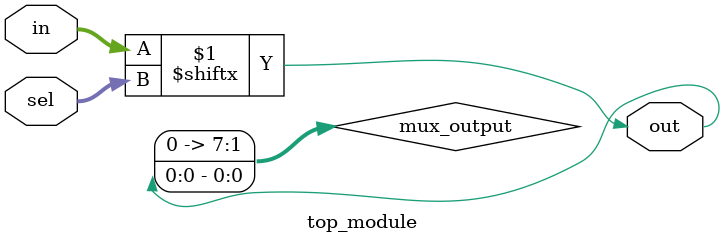
<source format=sv>
module top_module (
	input [255:0] in,
	input [7:0] sel,
	output  out
);

wire [7:0] mux_output;
assign mux_output = in[sel];

assign out = mux_output[0];

endmodule

</source>
